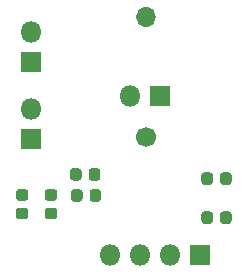
<source format=gbr>
%TF.GenerationSoftware,KiCad,Pcbnew,(5.1.6)-1*%
%TF.CreationDate,2020-11-25T11:03:50+08:00*%
%TF.ProjectId,BCG_Piezo_Integrated_V1.0,4243475f-5069-4657-9a6f-5f496e746567,rev?*%
%TF.SameCoordinates,Original*%
%TF.FileFunction,Soldermask,Bot*%
%TF.FilePolarity,Negative*%
%FSLAX46Y46*%
G04 Gerber Fmt 4.6, Leading zero omitted, Abs format (unit mm)*
G04 Created by KiCad (PCBNEW (5.1.6)-1) date 2020-11-25 11:03:50*
%MOMM*%
%LPD*%
G01*
G04 APERTURE LIST*
%ADD10O,1.700000X1.700000*%
%ADD11C,1.700000*%
%ADD12O,1.800000X1.800000*%
%ADD13R,1.800000X1.800000*%
G04 APERTURE END LIST*
D10*
%TO.C,R13*%
X171069000Y-130911600D03*
D11*
X171069000Y-141071600D03*
%TD*%
%TO.C,R2*%
G36*
G01*
X163273050Y-146486500D02*
X162710550Y-146486500D01*
G75*
G02*
X162466800Y-146242750I0J243750D01*
G01*
X162466800Y-145755250D01*
G75*
G02*
X162710550Y-145511500I243750J0D01*
G01*
X163273050Y-145511500D01*
G75*
G02*
X163516800Y-145755250I0J-243750D01*
G01*
X163516800Y-146242750D01*
G75*
G02*
X163273050Y-146486500I-243750J0D01*
G01*
G37*
G36*
G01*
X163273050Y-148061500D02*
X162710550Y-148061500D01*
G75*
G02*
X162466800Y-147817750I0J243750D01*
G01*
X162466800Y-147330250D01*
G75*
G02*
X162710550Y-147086500I243750J0D01*
G01*
X163273050Y-147086500D01*
G75*
G02*
X163516800Y-147330250I0J-243750D01*
G01*
X163516800Y-147817750D01*
G75*
G02*
X163273050Y-148061500I-243750J0D01*
G01*
G37*
%TD*%
%TO.C,R1*%
G36*
G01*
X160272150Y-147086700D02*
X160834650Y-147086700D01*
G75*
G02*
X161078400Y-147330450I0J-243750D01*
G01*
X161078400Y-147817950D01*
G75*
G02*
X160834650Y-148061700I-243750J0D01*
G01*
X160272150Y-148061700D01*
G75*
G02*
X160028400Y-147817950I0J243750D01*
G01*
X160028400Y-147330450D01*
G75*
G02*
X160272150Y-147086700I243750J0D01*
G01*
G37*
G36*
G01*
X160272150Y-145511700D02*
X160834650Y-145511700D01*
G75*
G02*
X161078400Y-145755450I0J-243750D01*
G01*
X161078400Y-146242950D01*
G75*
G02*
X160834650Y-146486700I-243750J0D01*
G01*
X160272150Y-146486700D01*
G75*
G02*
X160028400Y-146242950I0J243750D01*
G01*
X160028400Y-145755450D01*
G75*
G02*
X160272150Y-145511700I243750J0D01*
G01*
G37*
%TD*%
D12*
%TO.C,J3*%
X161315400Y-138734800D03*
D13*
X161315400Y-141274800D03*
%TD*%
D12*
%TO.C,J1*%
X161315400Y-132232400D03*
D13*
X161315400Y-134772400D03*
%TD*%
%TO.C,R12*%
G36*
G01*
X176712600Y-144346350D02*
X176712600Y-144908850D01*
G75*
G02*
X176468850Y-145152600I-243750J0D01*
G01*
X175981350Y-145152600D01*
G75*
G02*
X175737600Y-144908850I0J243750D01*
G01*
X175737600Y-144346350D01*
G75*
G02*
X175981350Y-144102600I243750J0D01*
G01*
X176468850Y-144102600D01*
G75*
G02*
X176712600Y-144346350I0J-243750D01*
G01*
G37*
G36*
G01*
X178287600Y-144346350D02*
X178287600Y-144908850D01*
G75*
G02*
X178043850Y-145152600I-243750J0D01*
G01*
X177556350Y-145152600D01*
G75*
G02*
X177312600Y-144908850I0J243750D01*
G01*
X177312600Y-144346350D01*
G75*
G02*
X177556350Y-144102600I243750J0D01*
G01*
X178043850Y-144102600D01*
G75*
G02*
X178287600Y-144346350I0J-243750D01*
G01*
G37*
%TD*%
%TO.C,R11*%
G36*
G01*
X166187400Y-144553250D02*
X166187400Y-143990750D01*
G75*
G02*
X166431150Y-143747000I243750J0D01*
G01*
X166918650Y-143747000D01*
G75*
G02*
X167162400Y-143990750I0J-243750D01*
G01*
X167162400Y-144553250D01*
G75*
G02*
X166918650Y-144797000I-243750J0D01*
G01*
X166431150Y-144797000D01*
G75*
G02*
X166187400Y-144553250I0J243750D01*
G01*
G37*
G36*
G01*
X164612400Y-144553250D02*
X164612400Y-143990750D01*
G75*
G02*
X164856150Y-143747000I243750J0D01*
G01*
X165343650Y-143747000D01*
G75*
G02*
X165587400Y-143990750I0J-243750D01*
G01*
X165587400Y-144553250D01*
G75*
G02*
X165343650Y-144797000I-243750J0D01*
G01*
X164856150Y-144797000D01*
G75*
G02*
X164612400Y-144553250I0J243750D01*
G01*
G37*
%TD*%
%TO.C,R10*%
G36*
G01*
X177312600Y-148210850D02*
X177312600Y-147648350D01*
G75*
G02*
X177556350Y-147404600I243750J0D01*
G01*
X178043850Y-147404600D01*
G75*
G02*
X178287600Y-147648350I0J-243750D01*
G01*
X178287600Y-148210850D01*
G75*
G02*
X178043850Y-148454600I-243750J0D01*
G01*
X177556350Y-148454600D01*
G75*
G02*
X177312600Y-148210850I0J243750D01*
G01*
G37*
G36*
G01*
X175737600Y-148210850D02*
X175737600Y-147648350D01*
G75*
G02*
X175981350Y-147404600I243750J0D01*
G01*
X176468850Y-147404600D01*
G75*
G02*
X176712600Y-147648350I0J-243750D01*
G01*
X176712600Y-148210850D01*
G75*
G02*
X176468850Y-148454600I-243750J0D01*
G01*
X175981350Y-148454600D01*
G75*
G02*
X175737600Y-148210850I0J243750D01*
G01*
G37*
%TD*%
%TO.C,R6*%
G36*
G01*
X166263500Y-146331250D02*
X166263500Y-145768750D01*
G75*
G02*
X166507250Y-145525000I243750J0D01*
G01*
X166994750Y-145525000D01*
G75*
G02*
X167238500Y-145768750I0J-243750D01*
G01*
X167238500Y-146331250D01*
G75*
G02*
X166994750Y-146575000I-243750J0D01*
G01*
X166507250Y-146575000D01*
G75*
G02*
X166263500Y-146331250I0J243750D01*
G01*
G37*
G36*
G01*
X164688500Y-146331250D02*
X164688500Y-145768750D01*
G75*
G02*
X164932250Y-145525000I243750J0D01*
G01*
X165419750Y-145525000D01*
G75*
G02*
X165663500Y-145768750I0J-243750D01*
G01*
X165663500Y-146331250D01*
G75*
G02*
X165419750Y-146575000I-243750J0D01*
G01*
X164932250Y-146575000D01*
G75*
G02*
X164688500Y-146331250I0J243750D01*
G01*
G37*
%TD*%
D12*
%TO.C,J4*%
X167970200Y-151079200D03*
X170510200Y-151079200D03*
X173050200Y-151079200D03*
D13*
X175590200Y-151079200D03*
%TD*%
D12*
%TO.C,J2*%
X169697400Y-137617200D03*
D13*
X172237400Y-137617200D03*
%TD*%
M02*

</source>
